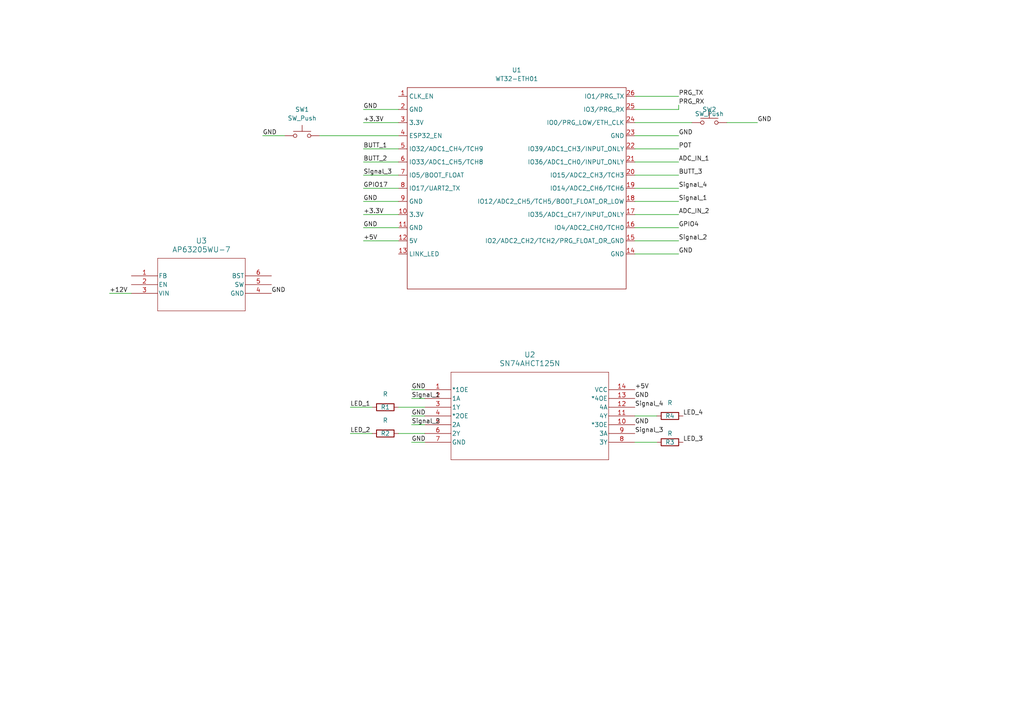
<source format=kicad_sch>
(kicad_sch (version 20230121) (generator eeschema)
  (paper "A4")
  (lib_symbols
    (symbol "Custom_Symbols:AP63205WU-7" (pin_names (offset 0.254))
      (property "Reference" "U" (at 20.32 10.16 0))
      (property "Value" "AP63205WU-7" (at 20.32 7.62 0))
      (symbol "AP63205WU-7_0_1"
        (polyline (pts (xy 7.62 -10.16) (xy 33.02 -10.16)) (stroke (width 0.127)))
        (polyline (pts (xy 7.62 5.08) (xy 7.62 -10.16)) (stroke (width 0.127)))
        (polyline (pts (xy 33.02 -10.16) (xy 33.02 5.08)) (stroke (width 0.127)))
        (polyline (pts (xy 33.02 5.08) (xy 7.62 5.08)) (stroke (width 0.127)))
        (pin unspecified line (at 0 0 0) (length 7.62) (name "FB") (number "1"))
        (pin unspecified line (at 0 -2.54 0) (length 7.62) (name "EN") (number "2"))
        (pin unspecified line (at 0 -5.08 0) (length 7.62) (name "VIN") (number "3"))
        (pin power_out line (at 40.64 -5.08 180) (length 7.62) (name "GND") (number "4"))
        (pin unspecified line (at 40.64 -2.54 180) (length 7.62) (name "SW") (number "5"))
        (pin unspecified line (at 40.64 0 180) (length 7.62) (name "BST") (number "6"))
      )
    )
    (symbol "Custom_Symbols:SN74AHCT125N" (pin_names (offset 0.254))
      (property "Reference" "U" (at 30.48 10.16 0))
      (property "Value" "SN74AHCT125N" (at 30.48 7.62 0))
      (symbol "SN74AHCT125N_0_1"
        (polyline (pts (xy 7.62 -20.32) (xy 53.34 -20.32)) (stroke (width 0.127)))
        (polyline (pts (xy 7.62 5.08) (xy 7.62 -20.32)) (stroke (width 0.127)))
        (polyline (pts (xy 53.34 -20.32) (xy 53.34 5.08)) (stroke (width 0.127)))
        (polyline (pts (xy 53.34 5.08) (xy 7.62 5.08)) (stroke (width 0.127)))
        (pin input line (at 0 0 0) (length 7.62) (name "*1OE") (number "1"))
        (pin input line (at 60.96 -10.16 180) (length 7.62) (name "*3OE") (number "10"))
        (pin unspecified line (at 60.96 -7.62 180) (length 7.62) (name "4Y") (number "11"))
        (pin input line (at 60.96 -5.08 180) (length 7.62) (name "4A") (number "12"))
        (pin input line (at 60.96 -2.54 180) (length 7.62) (name "*4OE") (number "13"))
        (pin power_in line (at 60.96 0 180) (length 7.62) (name "VCC") (number "14"))
        (pin input line (at 0 -2.54 0) (length 7.62) (name "1A") (number "2"))
        (pin unspecified line (at 0 -5.08 0) (length 7.62) (name "1Y") (number "3"))
        (pin input line (at 0 -7.62 0) (length 7.62) (name "*2OE") (number "4"))
        (pin input line (at 0 -10.16 0) (length 7.62) (name "2A") (number "5"))
        (pin unspecified line (at 0 -12.7 0) (length 7.62) (name "2Y") (number "6"))
        (pin power_in line (at 0 -15.24 0) (length 7.62) (name "GND") (number "7"))
        (pin unspecified line (at 60.96 -15.24 180) (length 7.62) (name "3Y") (number "8"))
        (pin input line (at 60.96 -12.7 180) (length 7.62) (name "3A") (number "9"))
      )
    )
    (symbol "Device:R" (pin_numbers hide) (pin_names (offset 0))
      (property "Reference" "R" (at 2.032 0 90))
      (property "Value" "R" (at 0 0 90))
      (symbol "R_0_1"
        (rectangle (start -1.016 -2.54) (end 1.016 2.54) (stroke (width 0.254)))
      )
      (symbol "R_1_1"
        (pin passive line (at 0 3.81 270) (length 1.27) (name "~") (number "1"))
        (pin passive line (at 0 -3.81 90) (length 1.27) (name "~") (number "2"))
      )
    )
    (symbol "Switch:SW_Push" (pin_numbers hide) (pin_names (offset 1.016) hide)
      (property "Reference" "SW" (at 1.27 2.54 0))
      (property "Value" "SW_Push" (at 0 -1.524 0))
      (symbol "SW_Push_0_1"
        (circle (center -2.032 0) (radius 0.508))
        (polyline (pts (xy 0 1.27) (xy 0 3.048)))
        (polyline (pts (xy 2.54 1.27) (xy -2.54 1.27)))
        (circle (center 2.032 0) (radius 0.508))
        (pin passive line (at -5.08 0 0) (length 2.54) (name "1") (number "1"))
        (pin passive line (at 5.08 0 180) (length 2.54) (name "2") (number "2"))
      )
    )
    (symbol "WT32-ETH01:WT32-ETH01"
      (property "Reference" "U" (at 0 -22.86 0))
      (property "Value" "WT32-ETH01" (at 0 -25.4 0))
      (symbol "WT32-ETH01_0_1"
        (rectangle (start -31.75 29.21) (end 31.75 -29.21))
      )
      (symbol "WT32-ETH01_1_1"
        (pin bidirectional line (at -34.29 26.67 0) (length 2.54) (name "CLK_EN") (number "1"))
        (pin power_out line (at -34.29 -7.62 0) (length 2.54) (name "3.3V") (number "10"))
        (pin power_in line (at -34.29 -11.43 0) (length 2.54) (name "GND") (number "11"))
        (pin power_in line (at -34.29 -15.24 0) (length 2.54) (name "5V") (number "12"))
        (pin output line (at -34.29 -19.05 0) (length 2.54) (name "LINK_LED") (number "13"))
        (pin power_in line (at 34.29 -19.05 180) (length 2.54) (name "GND") (number "14"))
        (pin bidirectional line (at 34.29 -15.24 180) (length 2.54) (name "IO2/ADC2_CH2/TCH2/PRG_FLOAT_OR_GND") (number "15"))
        (pin bidirectional line (at 34.29 -11.43 180) (length 2.54) (name "IO4/ADC2_CH0/TCH0") (number "16"))
        (pin input line (at 34.29 -7.62 180) (length 2.54) (name "IO35/ADC1_CH7/INPUT_ONLY") (number "17"))
        (pin bidirectional line (at 34.29 -3.81 180) (length 2.54) (name "IO12/ADC2_CH5/TCH5/BOOT_FLOAT_OR_LOW") (number "18"))
        (pin bidirectional line (at 34.29 0 180) (length 2.54) (name "IO14/ADC2_CH6/TCH6") (number "19"))
        (pin power_in line (at -34.29 22.86 0) (length 2.54) (name "GND") (number "2"))
        (pin bidirectional line (at 34.29 3.81 180) (length 2.54) (name "IO15/ADC2_CH3/TCH3") (number "20"))
        (pin input line (at 34.29 7.62 180) (length 2.54) (name "IO36/ADC1_CH0/INPUT_ONLY") (number "21"))
        (pin input line (at 34.29 11.43 180) (length 2.54) (name "IO39/ADC1_CH3/INPUT_ONLY") (number "22"))
        (pin power_in line (at 34.29 15.24 180) (length 2.54) (name "GND") (number "23"))
        (pin bidirectional line (at 34.29 19.05 180) (length 2.54) (name "IO0/PRG_LOW/ETH_CLK") (number "24"))
        (pin bidirectional line (at 34.29 22.86 180) (length 2.54) (name "IO3/PRG_RX") (number "25"))
        (pin bidirectional line (at 34.29 26.67 180) (length 2.54) (name "IO1/PRG_TX") (number "26"))
        (pin power_out line (at -34.29 19.05 0) (length 2.54) (name "3.3V") (number "3"))
        (pin bidirectional line (at -34.29 15.24 0) (length 2.54) (name "ESP32_EN") (number "4"))
        (pin bidirectional line (at -34.29 11.43 0) (length 2.54) (name "IO32/ADC1_CH4/TCH9") (number "5"))
        (pin bidirectional line (at -34.29 7.62 0) (length 2.54) (name "IO33/ADC1_CH5/TCH8") (number "6"))
        (pin bidirectional line (at -34.29 3.81 0) (length 2.54) (name "IO5/BOOT_FLOAT") (number "7"))
        (pin bidirectional line (at -34.29 0 0) (length 2.54) (name "IO17/UART2_TX") (number "8"))
        (pin power_in line (at -34.29 -3.81 0) (length 2.54) (name "GND") (number "9"))
      )
    )
  )
  (wire (pts (xy 101.6 125.73) (xy 107.95 125.73)))
  (wire (pts (xy 184.15 62.23) (xy 196.85 62.23)))
  (wire (pts (xy 184.15 58.42) (xy 196.85 58.42)))
  (wire (pts (xy 196.85 30.48) (xy 196.85 31.75)))
  (wire (pts (xy 105.41 69.85) (xy 115.57 69.85)))
  (wire (pts (xy 184.15 39.37) (xy 196.85 39.37)))
  (wire (pts (xy 184.15 66.04) (xy 196.85 66.04)))
  (wire (pts (xy 184.15 120.65) (xy 190.5 120.65)))
  (wire (pts (xy 31.75 85.09) (xy 38.1 85.09)))
  (wire (pts (xy 184.15 54.61) (xy 196.85 54.61)))
  (wire (pts (xy 184.15 31.75) (xy 196.85 31.75)))
  (wire (pts (xy 119.38 128.27) (xy 123.19 128.27)))
  (wire (pts (xy 92.71 39.37) (xy 115.57 39.37)))
  (wire (pts (xy 115.57 125.73) (xy 123.19 125.73)))
  (wire (pts (xy 105.41 35.56) (xy 115.57 35.56)))
  (wire (pts (xy 184.15 50.8) (xy 196.85 50.8)))
  (wire (pts (xy 119.38 113.03) (xy 123.19 113.03)))
  (wire (pts (xy 105.41 54.61) (xy 115.57 54.61)))
  (wire (pts (xy 210.82 35.56) (xy 219.71 35.56)))
  (wire (pts (xy 115.57 118.11) (xy 123.19 118.11)))
  (wire (pts (xy 105.41 46.99) (xy 115.57 46.99)))
  (wire (pts (xy 184.15 27.94) (xy 196.85 27.94)))
  (wire (pts (xy 105.41 31.75) (xy 115.57 31.75)))
  (wire (pts (xy 119.38 120.65) (xy 123.19 120.65)))
  (wire (pts (xy 76.2 39.37) (xy 82.55 39.37)))
  (wire (pts (xy 101.6 118.11) (xy 107.95 118.11)))
  (wire (pts (xy 105.41 50.8) (xy 115.57 50.8)))
  (wire (pts (xy 184.15 73.66) (xy 196.85 73.66)))
  (wire (pts (xy 184.15 128.27) (xy 190.5 128.27)))
  (wire (pts (xy 119.38 115.57) (xy 123.19 115.57)))
  (wire (pts (xy 184.15 43.18) (xy 196.85 43.18)))
  (wire (pts (xy 105.41 66.04) (xy 115.57 66.04)))
  (wire (pts (xy 105.41 58.42) (xy 115.57 58.42)))
  (wire (pts (xy 184.15 46.99) (xy 196.85 46.99)))
  (wire (pts (xy 184.15 35.56) (xy 200.66 35.56)))
  (wire (pts (xy 105.41 62.23) (xy 115.57 62.23)))
  (wire (pts (xy 119.38 123.19) (xy 123.19 123.19)))
  (wire (pts (xy 184.15 69.85) (xy 196.85 69.85)))
  (wire (pts (xy 105.41 43.18) (xy 115.57 43.18)))
  (label "GND" (at 105.41 66.04 0))
  (label "PRG_TX" (at 196.85 27.94 0))
  (label "LED_4" (at 198.12 120.65 0))
  (label "GND" (at 119.38 120.65 0))
  (label "GND" (at 196.85 73.66 0))
  (label "BUTT_1" (at 105.41 43.18 0))
  (label "GND" (at 78.74 85.09 0))
  (label "Signal_1" (at 119.38 115.57 0))
  (label "Signal_2" (at 196.85 69.85 0))
  (label "+5V" (at 105.41 69.85 0))
  (label "GND" (at 184.15 123.19 0))
  (label "GPIO4" (at 196.85 66.04 0))
  (label "Signal_4" (at 184.15 118.11 0))
  (label "Signal_3" (at 105.41 50.8 0))
  (label "LED_2" (at 101.6 125.73 0))
  (label "Signal_3" (at 184.15 125.73 0))
  (label "BUTT_3" (at 196.85 50.8 0))
  (label "GND" (at 76.2 39.37 0))
  (label "+3.3V" (at 105.41 62.23 0))
  (label "LED_1" (at 101.6 118.11 0))
  (label "ADC_IN_2" (at 196.85 62.23 0))
  (label "ADC_IN_1" (at 196.85 46.99 0))
  (label "GND" (at 119.38 128.27 0))
  (label "GND" (at 184.15 115.57 0))
  (label "GND" (at 119.38 113.03 0))
  (label "PRG_RX" (at 196.85 30.48 0))
  (label "GND" (at 105.41 58.42 0))
  (label "GPIO17" (at 105.41 54.61 0))
  (label "LED_3" (at 198.12 128.27 0))
  (label "+3.3V" (at 105.41 35.56 0))
  (label "GND" (at 219.71 35.56 0))
  (label "+5V" (at 184.15 113.03 0))
  (label "GND" (at 105.41 31.75 0))
  (label "GND" (at 196.85 39.37 0))
  (label "Signal_1" (at 196.85 58.42 0))
  (label "BUTT_2" (at 105.41 46.99 0))
  (label "Signal_2" (at 119.38 123.19 0))
  (label "POT" (at 196.85 43.18 0))
  (label "+12V" (at 31.75 85.09 0))
  (label "Signal_4" (at 196.85 54.61 0))
  (symbol (lib_id "Device:R") (at 194.31 128.27 90) (unit 1)
    (property "Reference" "R3" (at 194.31 128.27 90))
    (property "Value" "R" (at 194.31 125.73 90))
  )
  (symbol (lib_id "Switch:SW_Push") (at 205.74 35.56 0) (unit 1)
    (property "Reference" "SW2" (at 205.74 31.75 0))
    (property "Value" "SW_Push" (at 205.74 33.02 0))
  )
  (symbol (lib_id "Switch:SW_Push") (at 87.63 39.37 0) (unit 1)
    (property "Reference" "SW1" (at 87.63 31.75 0))
    (property "Value" "SW_Push" (at 87.63 34.29 0))
  )
  (symbol (lib_id "Custom_Symbols:AP63205WU-7") (at 38.1 80.01 0) (unit 1)
    (property "Reference" "U3" (at 58.42 69.85 0) (effects (font (size 1.524 1.524))))
    (property "Value" "AP63205WU-7" (at 58.42 72.39 0) (effects (font (size 1.524 1.524))))
    (property "Footprint" "SOIC_05WU-7_DIO" (effects hide))
    (property "Datasheet" "AP63205WU-7" (effects hide))
  )
  (symbol (lib_id "Device:R") (at 111.76 118.11 90) (unit 1)
    (property "Reference" "R1" (at 111.76 118.11 90))
    (property "Value" "R" (at 111.76 114.3 90))
  )
  (symbol (lib_id "Device:R") (at 111.76 125.73 90) (unit 1)
    (property "Reference" "R2" (at 111.76 125.73 90))
    (property "Value" "R" (at 111.76 121.92 90))
  )
  (symbol (lib_id "Device:R") (at 194.31 120.65 90) (unit 1)
    (property "Reference" "R4" (at 194.31 120.65 90))
    (property "Value" "R" (at 194.31 116.84 90))
  )
  (symbol (lib_id "Custom_Symbols:SN74AHCT125N") (at 123.19 113.03 0) (unit 1)
    (property "Reference" "U2" (at 153.67 102.87 0) (effects (font (size 1.524 1.524))))
    (property "Value" "SN74AHCT125N" (at 153.67 105.41 0) (effects (font (size 1.524 1.524))))
    (property "Footprint" "N14" (effects hide))
    (property "Datasheet" "SN74AHCT125N" (effects hide))
  )
  (symbol (lib_id "WT32-ETH01:WT32-ETH01") (at 149.86 54.61 0) (unit 1)
    (property "Reference" "U1" (at 149.86 20.32 0))
    (property "Value" "WT32-ETH01" (at 149.86 22.86 0))
  )
)
</source>
